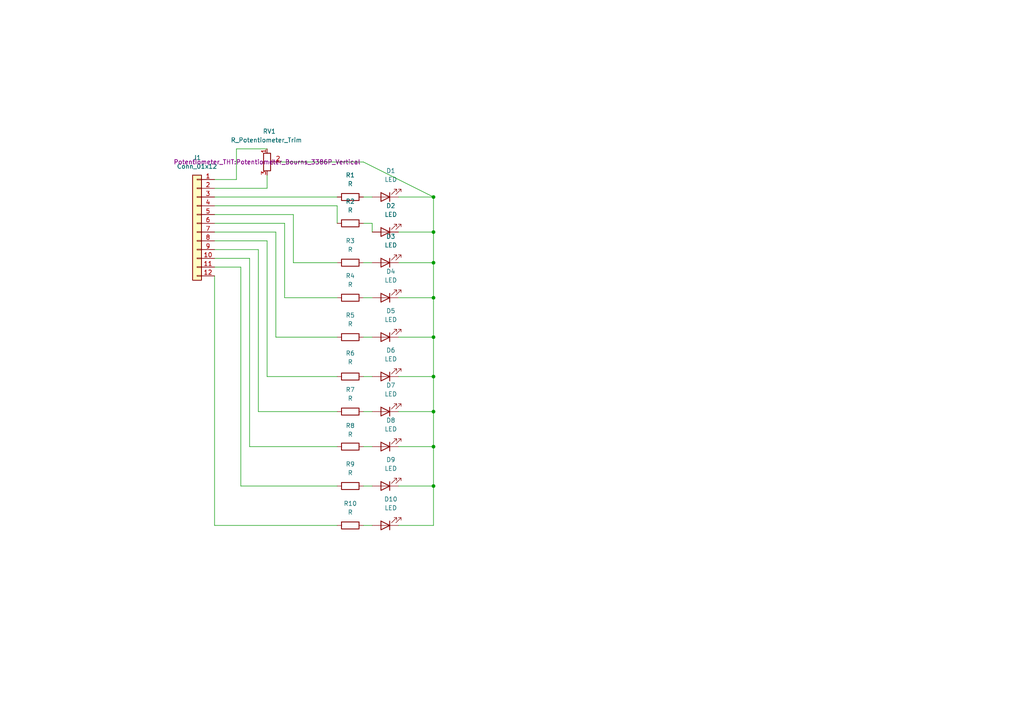
<source format=kicad_sch>
(kicad_sch (version 20211123) (generator eeschema)
  (paper "A4")
  (lib_symbols
    (symbol "Connector_Generic:Conn_01x12" (pin_names (offset 1.016) hide)
      (property "Reference" "J" (at 0 15.24 0))
      (property "Value" "Conn_01x12" (at 0 -17.78 0))
      (symbol "Conn_01x12_1_1"
        (rectangle (start -1.27 -15.113) (end 0 -15.367) (stroke (width 0.1524)))
        (rectangle (start -1.27 -12.573) (end 0 -12.827) (stroke (width 0.1524)))
        (rectangle (start -1.27 -10.033) (end 0 -10.287) (stroke (width 0.1524)))
        (rectangle (start -1.27 -7.493) (end 0 -7.747) (stroke (width 0.1524)))
        (rectangle (start -1.27 -4.953) (end 0 -5.207) (stroke (width 0.1524)))
        (rectangle (start -1.27 -2.413) (end 0 -2.667) (stroke (width 0.1524)))
        (rectangle (start -1.27 0.127) (end 0 -0.127) (stroke (width 0.1524)))
        (rectangle (start -1.27 2.667) (end 0 2.413) (stroke (width 0.1524)))
        (rectangle (start -1.27 5.207) (end 0 4.953) (stroke (width 0.1524)))
        (rectangle (start -1.27 7.747) (end 0 7.493) (stroke (width 0.1524)))
        (rectangle (start -1.27 10.287) (end 0 10.033) (stroke (width 0.1524)))
        (rectangle (start -1.27 12.827) (end 0 12.573) (stroke (width 0.1524)))
        (rectangle (start -1.27 13.97) (end 1.27 -16.51) (stroke (width 0.254)) (fill (type background)))
        (pin passive line (at -5.08 12.7 0) (length 3.81) (name "Pin_1") (number "1"))
        (pin passive line (at -5.08 -10.16 0) (length 3.81) (name "Pin_10") (number "10"))
        (pin passive line (at -5.08 -12.7 0) (length 3.81) (name "Pin_11") (number "11"))
        (pin passive line (at -5.08 -15.24 0) (length 3.81) (name "Pin_12") (number "12"))
        (pin passive line (at -5.08 10.16 0) (length 3.81) (name "Pin_2") (number "2"))
        (pin passive line (at -5.08 7.62 0) (length 3.81) (name "Pin_3") (number "3"))
        (pin passive line (at -5.08 5.08 0) (length 3.81) (name "Pin_4") (number "4"))
        (pin passive line (at -5.08 2.54 0) (length 3.81) (name "Pin_5") (number "5"))
        (pin passive line (at -5.08 0 0) (length 3.81) (name "Pin_6") (number "6"))
        (pin passive line (at -5.08 -2.54 0) (length 3.81) (name "Pin_7") (number "7"))
        (pin passive line (at -5.08 -5.08 0) (length 3.81) (name "Pin_8") (number "8"))
        (pin passive line (at -5.08 -7.62 0) (length 3.81) (name "Pin_9") (number "9"))
      )
    )
    (symbol "Device:LED" (pin_numbers hide) (pin_names (offset 1.016) hide)
      (property "Reference" "D" (at 0 2.54 0))
      (property "Value" "LED" (at 0 -2.54 0))
      (symbol "LED_0_1"
        (polyline (pts (xy -1.27 -1.27) (xy -1.27 1.27)) (stroke (width 0.254)))
        (polyline (pts (xy -1.27 0) (xy 1.27 0)))
        (polyline (pts (xy 1.27 -1.27) (xy 1.27 1.27) (xy -1.27 0) (xy 1.27 -1.27)) (stroke (width 0.254)))
        (polyline (pts (xy -3.048 -0.762) (xy -4.572 -2.286) (xy -3.81 -2.286) (xy -4.572 -2.286) (xy -4.572 -1.524)))
        (polyline (pts (xy -1.778 -0.762) (xy -3.302 -2.286) (xy -2.54 -2.286) (xy -3.302 -2.286) (xy -3.302 -1.524)))
      )
      (symbol "LED_1_1"
        (pin passive line (at -3.81 0 0) (length 2.54) (name "K") (number "1"))
        (pin passive line (at 3.81 0 180) (length 2.54) (name "A") (number "2"))
      )
    )
    (symbol "Device:R" (pin_numbers hide) (pin_names (offset 0))
      (property "Reference" "R" (at 2.032 0 90))
      (property "Value" "R" (at 0 0 90))
      (symbol "R_0_1"
        (rectangle (start -1.016 -2.54) (end 1.016 2.54) (stroke (width 0.254)))
      )
      (symbol "R_1_1"
        (pin passive line (at 0 3.81 270) (length 1.27) (name "~") (number "1"))
        (pin passive line (at 0 -3.81 90) (length 1.27) (name "~") (number "2"))
      )
    )
    (symbol "Device:R_Potentiometer_Trim" (pin_names (offset 1.016) hide)
      (property "Reference" "RV" (at -4.445 0 90))
      (property "Value" "R_Potentiometer_Trim" (at -2.54 0 90))
      (symbol "R_Potentiometer_Trim_0_1"
        (polyline (pts (xy 1.524 0.762) (xy 1.524 -0.762)))
        (polyline (pts (xy 2.54 0) (xy 1.524 0)))
        (rectangle (start 1.016 2.54) (end -1.016 -2.54) (stroke (width 0.254)))
      )
      (symbol "R_Potentiometer_Trim_1_1"
        (pin passive line (at 0 3.81 270) (length 1.27) (name "1") (number "1"))
        (pin passive line (at 3.81 0 180) (length 1.27) (name "2") (number "2"))
        (pin passive line (at 0 -3.81 90) (length 1.27) (name "3") (number "3"))
      )
    )
  )
  (junction (at 125.73 76.2))
  (junction (at 125.73 97.79))
  (junction (at 125.73 129.54))
  (junction (at 125.73 57.15))
  (junction (at 125.73 109.22))
  (junction (at 125.73 119.38))
  (junction (at 125.73 86.36))
  (junction (at 125.73 67.31))
  (junction (at 125.73 140.97))
  (wire (pts (xy 62.23 64.77) (xy 82.55 64.77)))
  (wire (pts (xy 105.41 119.38) (xy 107.95 119.38)))
  (wire (pts (xy 62.23 67.31) (xy 80.01 67.31)))
  (wire (pts (xy 62.23 59.69) (xy 97.79 59.69)))
  (wire (pts (xy 80.01 67.31) (xy 80.01 97.79)))
  (wire (pts (xy 105.41 109.22) (xy 107.95 109.22)))
  (wire (pts (xy 115.57 152.4) (xy 125.73 152.4)))
  (wire (pts (xy 62.23 54.61) (xy 77.47 54.61)))
  (wire (pts (xy 68.58 43.18) (xy 77.47 43.18)))
  (wire (pts (xy 69.85 77.47) (xy 69.85 140.97)))
  (wire (pts (xy 105.41 46.99) (xy 125.73 57.15)))
  (wire (pts (xy 107.95 64.77) (xy 105.41 64.77)))
  (wire (pts (xy 77.47 69.85) (xy 77.47 109.22)))
  (wire (pts (xy 115.57 97.79) (xy 125.73 97.79)))
  (wire (pts (xy 125.73 119.38) (xy 125.73 129.54)))
  (wire (pts (xy 115.57 57.15) (xy 125.73 57.15)))
  (wire (pts (xy 105.41 129.54) (xy 107.95 129.54)))
  (wire (pts (xy 80.01 97.79) (xy 97.79 97.79)))
  (wire (pts (xy 105.41 97.79) (xy 107.95 97.79)))
  (wire (pts (xy 125.73 57.15) (xy 125.73 67.31)))
  (wire (pts (xy 115.57 86.36) (xy 125.73 86.36)))
  (wire (pts (xy 62.23 152.4) (xy 97.79 152.4)))
  (wire (pts (xy 105.41 57.15) (xy 107.95 57.15)))
  (wire (pts (xy 97.79 59.69) (xy 97.79 64.77)))
  (wire (pts (xy 125.73 129.54) (xy 125.73 140.97)))
  (wire (pts (xy 105.41 140.97) (xy 107.95 140.97)))
  (wire (pts (xy 62.23 74.93) (xy 72.39 74.93)))
  (wire (pts (xy 62.23 69.85) (xy 77.47 69.85)))
  (wire (pts (xy 62.23 72.39) (xy 74.93 72.39)))
  (wire (pts (xy 72.39 129.54) (xy 97.79 129.54)))
  (wire (pts (xy 62.23 62.23) (xy 85.09 62.23)))
  (wire (pts (xy 115.57 129.54) (xy 125.73 129.54)))
  (wire (pts (xy 81.28 46.99) (xy 105.41 46.99)))
  (wire (pts (xy 85.09 76.2) (xy 97.79 76.2)))
  (wire (pts (xy 69.85 140.97) (xy 97.79 140.97)))
  (wire (pts (xy 115.57 76.2) (xy 125.73 76.2)))
  (wire (pts (xy 62.23 52.07) (xy 68.58 52.07)))
  (wire (pts (xy 115.57 140.97) (xy 125.73 140.97)))
  (wire (pts (xy 62.23 57.15) (xy 97.79 57.15)))
  (wire (pts (xy 77.47 50.8) (xy 77.47 54.61)))
  (wire (pts (xy 115.57 67.31) (xy 125.73 67.31)))
  (wire (pts (xy 125.73 86.36) (xy 125.73 97.79)))
  (wire (pts (xy 62.23 80.01) (xy 62.23 152.4)))
  (wire (pts (xy 107.95 67.31) (xy 107.95 64.77)))
  (wire (pts (xy 105.41 76.2) (xy 107.95 76.2)))
  (wire (pts (xy 115.57 109.22) (xy 125.73 109.22)))
  (wire (pts (xy 77.47 109.22) (xy 97.79 109.22)))
  (wire (pts (xy 74.93 72.39) (xy 74.93 119.38)))
  (wire (pts (xy 125.73 140.97) (xy 125.73 152.4)))
  (wire (pts (xy 85.09 62.23) (xy 85.09 76.2)))
  (wire (pts (xy 82.55 86.36) (xy 97.79 86.36)))
  (wire (pts (xy 105.41 152.4) (xy 107.95 152.4)))
  (wire (pts (xy 62.23 77.47) (xy 69.85 77.47)))
  (wire (pts (xy 125.73 76.2) (xy 125.73 86.36)))
  (wire (pts (xy 115.57 119.38) (xy 125.73 119.38)))
  (wire (pts (xy 125.73 97.79) (xy 125.73 109.22)))
  (wire (pts (xy 82.55 64.77) (xy 82.55 86.36)))
  (wire (pts (xy 105.41 86.36) (xy 107.95 86.36)))
  (wire (pts (xy 125.73 67.31) (xy 125.73 76.2)))
  (wire (pts (xy 68.58 52.07) (xy 68.58 43.18)))
  (wire (pts (xy 74.93 119.38) (xy 97.79 119.38)))
  (wire (pts (xy 125.73 109.22) (xy 125.73 119.38)))
  (wire (pts (xy 72.39 74.93) (xy 72.39 129.54)))
  (symbol (lib_id "Device:R") (at 101.6 109.22 90) (unit 1)
    (property "Reference" "R6" (at 101.6 102.4636 90))
    (property "Value" "R" (at 101.6 105.0036 90))
    (property "Footprint" "Resistor_THT:R_Axial_DIN0207_L6.3mm_D2.5mm_P7.62mm_Horizontal" (effects hide))
  )
  (symbol (lib_id "Connector_Generic:Conn_01x12") (at 57.15 64.77 0) (mirror y) (unit 1)
    (property "Reference" "J1" (at 57.15 45.72 0))
    (property "Value" "Conn_01x12" (at 57.15 48.26 0))
    (property "Footprint" "Connector_PinHeader_2.54mm:PinHeader_1x12_P2.54mm_Horizontal" (effects hide))
  )
  (symbol (lib_id "Device:LED") (at 111.76 67.31 180) (unit 1)
    (property "Reference" "D2" (at 113.3475 59.69 0))
    (property "Value" "LED" (at 113.3475 62.23 0))
    (property "Footprint" "LED_THT:LED_D3.0mm" (effects hide))
  )
  (symbol (lib_id "Device:LED") (at 111.76 140.97 180) (unit 1)
    (property "Reference" "D9" (at 113.3475 133.35 0))
    (property "Value" "LED" (at 113.3475 135.89 0))
    (property "Footprint" "LED_THT:LED_D3.0mm" (effects hide))
  )
  (symbol (lib_id "Device:R") (at 101.6 119.38 90) (unit 1)
    (property "Reference" "R7" (at 101.6 113.03 90))
    (property "Value" "R" (at 101.6 115.57 90))
    (property "Footprint" "Resistor_THT:R_Axial_DIN0207_L6.3mm_D2.5mm_P7.62mm_Horizontal" (effects hide))
  )
  (symbol (lib_id "Device:R") (at 101.6 129.54 90) (unit 1)
    (property "Reference" "R8" (at 101.6 123.4629 90))
    (property "Value" "R" (at 101.6 126.0029 90))
    (property "Footprint" "Resistor_THT:R_Axial_DIN0207_L6.3mm_D2.5mm_P7.62mm_Horizontal" (effects hide))
  )
  (symbol (lib_id "Device:LED") (at 111.76 76.2 180) (unit 1)
    (property "Reference" "D3" (at 113.3475 68.58 0))
    (property "Value" "LED" (at 113.3475 71.12 0))
    (property "Footprint" "LED_THT:LED_D3.0mm" (effects hide))
  )
  (symbol (lib_id "Device:LED") (at 111.76 97.79 180) (unit 1)
    (property "Reference" "D5" (at 113.3475 90.17 0))
    (property "Value" "LED" (at 113.3475 92.71 0))
    (property "Footprint" "LED_THT:LED_D3.0mm" (effects hide))
  )
  (symbol (lib_id "Device:R") (at 101.6 57.15 90) (unit 1)
    (property "Reference" "R1" (at 101.6 50.8 90))
    (property "Value" "R" (at 101.6 53.34 90))
    (property "Footprint" "Resistor_THT:R_Axial_DIN0207_L6.3mm_D2.5mm_P7.62mm_Horizontal" (effects hide))
  )
  (symbol (lib_id "Device:R") (at 101.6 64.77 90) (unit 1)
    (property "Reference" "R2" (at 101.6 58.42 90))
    (property "Value" "R" (at 101.6 60.96 90))
    (property "Footprint" "Resistor_THT:R_Axial_DIN0207_L6.3mm_D2.5mm_P7.62mm_Horizontal" (effects hide))
  )
  (symbol (lib_id "Device:LED") (at 111.76 109.22 180) (unit 1)
    (property "Reference" "D6" (at 113.3475 101.6 0))
    (property "Value" "LED" (at 113.3475 104.14 0))
    (property "Footprint" "LED_THT:LED_D3.0mm" (effects hide))
  )
  (symbol (lib_id "Device:LED") (at 111.76 119.38 180) (unit 1)
    (property "Reference" "D7" (at 113.3475 111.76 0))
    (property "Value" "LED" (at 113.3475 114.3 0))
    (property "Footprint" "LED_THT:LED_D3.0mm" (effects hide))
  )
  (symbol (lib_id "Device:R") (at 101.6 97.79 90) (unit 1)
    (property "Reference" "R5" (at 101.6 91.44 90))
    (property "Value" "R" (at 101.6 93.98 90))
    (property "Footprint" "Resistor_THT:R_Axial_DIN0207_L6.3mm_D2.5mm_P7.62mm_Horizontal" (effects hide))
  )
  (symbol (lib_id "Device:R") (at 101.6 86.36 90) (unit 1)
    (property "Reference" "R4" (at 101.6 80.01 90))
    (property "Value" "R" (at 101.6 82.55 90))
    (property "Footprint" "Resistor_THT:R_Axial_DIN0207_L6.3mm_D2.5mm_P7.62mm_Horizontal" (effects hide))
  )
  (symbol (lib_id "Device:R_Potentiometer_Trim") (at 77.47 46.99 0) (unit 1)
    (property "Reference" "RV1" (at 80.01 38.1 0) (effects (justify right)))
    (property "Value" "R_Potentiometer_Trim" (at 87.63 40.64 0) (effects (justify right)))
    (property "Footprint" "Potentiometer_THT:Potentiometer_Bourns_3386P_Vertical" (at 77.47 46.99 0))
  )
  (symbol (lib_id "Device:R") (at 101.6 152.4 90) (unit 1)
    (property "Reference" "R10" (at 101.6 146.05 90))
    (property "Value" "R" (at 101.6 148.59 90))
    (property "Footprint" "Resistor_THT:R_Axial_DIN0207_L6.3mm_D2.5mm_P7.62mm_Horizontal" (effects hide))
  )
  (symbol (lib_id "Device:LED") (at 111.76 57.15 180) (unit 1)
    (property "Reference" "D1" (at 113.3475 49.53 0))
    (property "Value" "LED" (at 113.3475 52.07 0))
    (property "Footprint" "LED_THT:LED_D3.0mm" (effects hide))
  )
  (symbol (lib_id "Device:R") (at 101.6 140.97 90) (unit 1)
    (property "Reference" "R9" (at 101.6 134.62 90))
    (property "Value" "R" (at 101.6 137.16 90))
    (property "Footprint" "Resistor_THT:R_Axial_DIN0207_L6.3mm_D2.5mm_P7.62mm_Horizontal" (effects hide))
  )
  (symbol (lib_id "Device:LED") (at 111.76 86.36 180) (unit 1)
    (property "Reference" "D4" (at 113.3475 78.74 0))
    (property "Value" "LED" (at 113.3475 81.28 0))
    (property "Footprint" "LED_THT:LED_D3.0mm" (effects hide))
  )
  (symbol (lib_id "Device:R") (at 101.6 76.2 90) (unit 1)
    (property "Reference" "R3" (at 101.6 69.85 90))
    (property "Value" "R" (at 101.6 72.39 90))
    (property "Footprint" "Resistor_THT:R_Axial_DIN0207_L6.3mm_D2.5mm_P7.62mm_Horizontal" (effects hide))
  )
  (symbol (lib_id "Device:LED") (at 111.76 129.54 180) (unit 1)
    (property "Reference" "D8" (at 113.3475 121.92 0))
    (property "Value" "LED" (at 113.3475 124.46 0))
    (property "Footprint" "LED_THT:LED_D3.0mm" (effects hide))
  )
  (symbol (lib_id "Device:LED") (at 111.76 152.4 180) (unit 1)
    (property "Reference" "D10" (at 113.3475 144.78 0))
    (property "Value" "LED" (at 113.3475 147.32 0))
    (property "Footprint" "LED_THT:LED_D3.0mm" (effects hide))
  )
)
</source>
